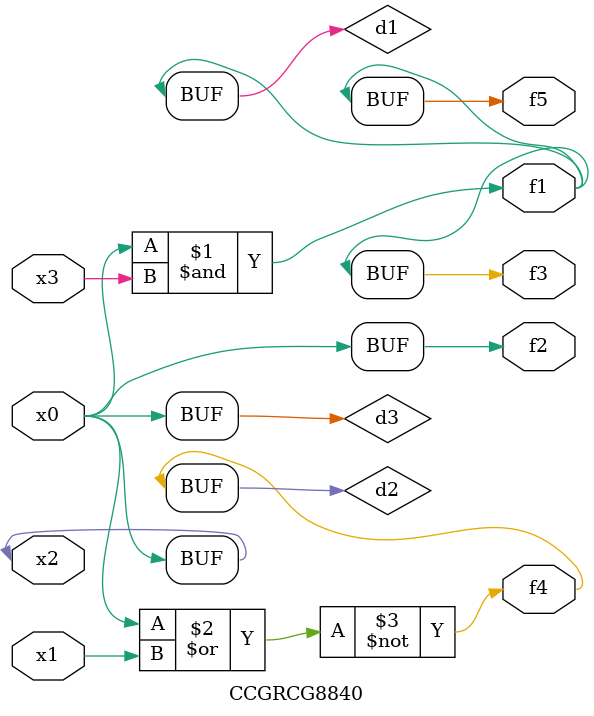
<source format=v>
module CCGRCG8840(
	input x0, x1, x2, x3,
	output f1, f2, f3, f4, f5
);

	wire d1, d2, d3;

	and (d1, x2, x3);
	nor (d2, x0, x1);
	buf (d3, x0, x2);
	assign f1 = d1;
	assign f2 = d3;
	assign f3 = d1;
	assign f4 = d2;
	assign f5 = d1;
endmodule

</source>
